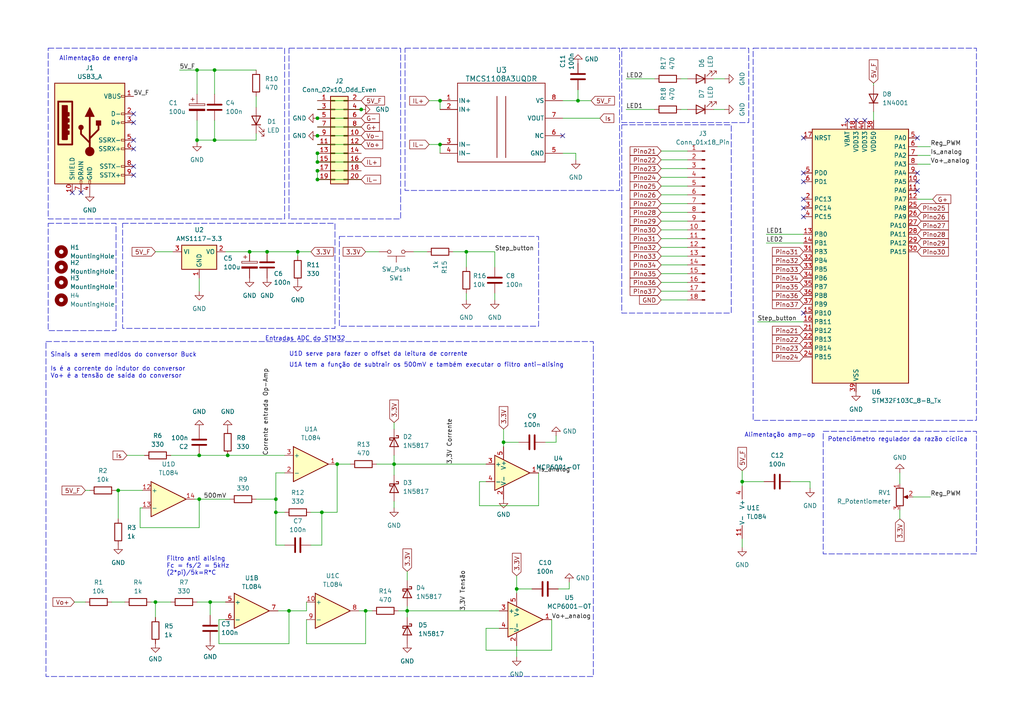
<source format=kicad_sch>
(kicad_sch (version 20230121) (generator eeschema)
  (paper "A4")
  (title_block (title "Instrumentação conversor Buck didático") (date "2024-04-09") (rev "v1.1") (comment 1 "Projetista: Milton Brenner Machado Matoso"))
  (junction (at 167.64 29.21))
  (junction (at 66.04 132.08))
  (junction (at 57.15 20.32))
  (junction (at 86.36 73.025))
  (junction (at 92.075 39.37))
  (junction (at 135.255 73.025))
  (junction (at 104.775 31.75))
  (junction (at 80.01 144.78))
  (junction (at 57.785 132.08))
  (junction (at 114.3 134.62))
  (junction (at 92.075 44.45))
  (junction (at 34.29 142.24))
  (junction (at 118.11 177.165))
  (junction (at 127.635 41.91))
  (junction (at 62.23 20.32))
  (junction (at 92.075 46.99))
  (junction (at 92.075 52.07))
  (junction (at 45.085 174.625))
  (junction (at 83.82 177.165))
  (junction (at 92.075 34.29))
  (junction (at 106.045 177.165))
  (junction (at 77.47 73.025))
  (junction (at 80.01 148.59))
  (junction (at 57.785 144.78))
  (junction (at 72.39 73.025))
  (junction (at 60.96 174.625))
  (junction (at 149.86 170.815))
  (junction (at 146.05 128.27))
  (junction (at 57.15 40.64))
  (junction (at 92.075 49.53))
  (junction (at 127.635 29.21))
  (junction (at 93.345 148.59))
  (junction (at 215.265 139.7))
  (junction (at 97.79 134.62))
  (junction (at 62.23 40.64))
  (no_connect (at 23.495 55.88))
  (no_connect (at 233.045 40.005))
  (no_connect (at 266.065 50.165))
  (no_connect (at 233.045 57.785))
  (no_connect (at 38.735 40.64))
  (no_connect (at 38.735 35.56))
  (no_connect (at 20.955 55.88))
  (no_connect (at 233.045 90.805))
  (no_connect (at 266.065 52.705))
  (no_connect (at 233.045 62.865))
  (no_connect (at 248.285 34.925))
  (no_connect (at 266.065 55.245))
  (no_connect (at 38.735 48.26))
  (no_connect (at 233.045 52.705))
  (no_connect (at 163.195 39.37))
  (no_connect (at 38.735 33.02))
  (no_connect (at 266.065 40.005))
  (no_connect (at 233.045 50.165))
  (no_connect (at 233.045 60.325))
  (no_connect (at 250.825 34.925))
  (no_connect (at 38.735 43.18))
  (no_connect (at 245.745 34.925))
  (no_connect (at 38.735 50.8))
  (wire (pts (xy 45.085 174.625) (xy 49.53 174.625)))
  (wire (pts (xy 215.265 139.7) (xy 215.265 140.97)))
  (wire (pts (xy 57.785 80.645) (xy 57.785 84.455)))
  (wire (pts (xy 114.3 134.62) (xy 140.97 134.62)))
  (wire (pts (xy 74.295 27.94) (xy 74.295 31.115)))
  (wire (pts (xy 118.11 177.165) (xy 118.11 175.895)))
  (wire (pts (xy 41.275 147.32) (xy 40.64 147.32)))
  (wire (pts (xy 77.47 73.025) (xy 86.36 73.025)))
  (wire (pts (xy 219.71 93.345) (xy 233.045 93.345)))
  (wire (pts (xy 45.085 73.025) (xy 50.165 73.025)))
  (wire (pts (xy 62.23 40.64) (xy 57.15 40.64)))
  (wire (pts (xy 215.265 139.7) (xy 221.615 139.7)))
  (wire (pts (xy 92.075 49.53) (xy 92.075 52.07)))
  (wire (pts (xy 143.51 85.09) (xy 143.51 86.995)))
  (wire (pts (xy 97.79 148.59) (xy 93.345 148.59)))
  (wire (pts (xy 161.29 128.27) (xy 158.115 128.27)))
  (wire (pts (xy 167.64 26.035) (xy 167.64 29.21)))
  (wire (pts (xy 222.25 70.485) (xy 233.045 70.485)))
  (wire (pts (xy 62.23 20.32) (xy 62.23 27.305)))
  (wire (pts (xy 106.045 177.165) (xy 107.95 177.165)))
  (wire (pts (xy 127.635 41.91) (xy 127.635 44.45)))
  (wire (pts (xy 165.1 170.815) (xy 161.925 170.815)))
  (wire (pts (xy 140.97 188.595) (xy 140.97 182.245)))
  (wire (pts (xy 191.77 46.355) (xy 199.39 46.355)))
  (wire (pts (xy 57.785 132.08) (xy 66.04 132.08)))
  (wire (pts (xy 57.15 20.32) (xy 62.23 20.32)))
  (wire (pts (xy 92.075 39.37) (xy 104.775 39.37)))
  (wire (pts (xy 135.255 85.09) (xy 135.255 86.995)))
  (wire (pts (xy 181.61 31.75) (xy 189.865 31.75)))
  (wire (pts (xy 63.5 186.69) (xy 63.5 179.705)))
  (wire (pts (xy 191.77 53.975) (xy 199.39 53.975)))
  (wire (pts (xy 191.77 81.915) (xy 199.39 81.915)))
  (wire (pts (xy 181.61 22.86) (xy 189.865 22.86)))
  (wire (pts (xy 191.77 86.995) (xy 199.39 86.995)))
  (wire (pts (xy 57.15 40.64) (xy 57.15 41.275)))
  (wire (pts (xy 191.77 64.135) (xy 199.39 64.135)))
  (wire (pts (xy 57.15 34.925) (xy 57.15 40.64)))
  (wire (pts (xy 149.86 170.815) (xy 154.305 170.815)))
  (wire (pts (xy 167.005 46.355) (xy 167.005 44.45)))
  (wire (pts (xy 92.075 31.75) (xy 104.775 31.75)))
  (wire (pts (xy 74.295 40.64) (xy 62.23 40.64)))
  (wire (pts (xy 118.11 177.165) (xy 144.78 177.165)))
  (wire (pts (xy 33.655 142.24) (xy 34.29 142.24)))
  (wire (pts (xy 34.29 142.24) (xy 41.275 142.24)))
  (wire (pts (xy 63.5 179.705) (xy 65.405 179.705)))
  (wire (pts (xy 86.36 73.025) (xy 90.17 73.025)))
  (wire (pts (xy 139.065 146.685) (xy 139.065 139.7)))
  (wire (pts (xy 49.53 132.08) (xy 57.785 132.08)))
  (wire (pts (xy 167.005 44.45) (xy 163.195 44.45)))
  (wire (pts (xy 167.64 29.21) (xy 171.45 29.21)))
  (wire (pts (xy 93.345 148.59) (xy 90.17 148.59)))
  (wire (pts (xy 253.365 32.385) (xy 253.365 34.925)))
  (wire (pts (xy 156.21 146.685) (xy 139.065 146.685)))
  (wire (pts (xy 90.17 158.115) (xy 93.345 158.115)))
  (wire (pts (xy 191.77 48.895) (xy 199.39 48.895)))
  (wire (pts (xy 83.82 177.165) (xy 88.9 177.165)))
  (wire (pts (xy 191.77 74.295) (xy 199.39 74.295)))
  (wire (pts (xy 140.97 182.245) (xy 144.78 182.245)))
  (wire (pts (xy 253.365 24.13) (xy 253.365 24.765)))
  (wire (pts (xy 234.95 141.605) (xy 234.95 139.7)))
  (wire (pts (xy 80.01 148.59) (xy 82.55 148.59)))
  (wire (pts (xy 74.295 38.735) (xy 74.295 40.64)))
  (wire (pts (xy 222.25 67.945) (xy 233.045 67.945)))
  (wire (pts (xy 260.985 137.16) (xy 260.985 140.335)))
  (wire (pts (xy 266.065 42.545) (xy 269.875 42.545)))
  (wire (pts (xy 160.02 188.595) (xy 140.97 188.595)))
  (wire (pts (xy 207.01 22.86) (xy 210.185 22.86)))
  (wire (pts (xy 24.765 142.24) (xy 26.035 142.24)))
  (wire (pts (xy 120.015 73.025) (xy 123.825 73.025)))
  (wire (pts (xy 92.075 44.45) (xy 92.075 46.99)))
  (wire (pts (xy 146.05 124.46) (xy 146.05 128.27)))
  (wire (pts (xy 207.01 31.75) (xy 210.185 31.75)))
  (wire (pts (xy 88.9 179.705) (xy 88.9 186.69)))
  (wire (pts (xy 109.22 134.62) (xy 114.3 134.62)))
  (wire (pts (xy 80.01 137.16) (xy 80.01 144.78)))
  (wire (pts (xy 43.815 174.625) (xy 45.085 174.625)))
  (wire (pts (xy 40.64 153.035) (xy 57.785 153.035)))
  (wire (pts (xy 106.045 177.165) (xy 106.045 186.69)))
  (wire (pts (xy 97.79 134.62) (xy 97.79 148.59)))
  (wire (pts (xy 60.96 178.435) (xy 60.96 174.625)))
  (wire (pts (xy 197.485 31.75) (xy 199.39 31.75)))
  (wire (pts (xy 191.77 59.055) (xy 199.39 59.055)))
  (wire (pts (xy 109.855 73.025) (xy 106.045 73.025)))
  (wire (pts (xy 62.23 20.32) (xy 74.295 20.32)))
  (wire (pts (xy 114.3 122.555) (xy 114.3 124.46)))
  (wire (pts (xy 57.15 174.625) (xy 60.96 174.625)))
  (wire (pts (xy 62.23 34.925) (xy 62.23 40.64)))
  (wire (pts (xy 57.785 144.78) (xy 66.675 144.78)))
  (wire (pts (xy 21.59 174.625) (xy 24.765 174.625)))
  (wire (pts (xy 83.82 177.165) (xy 83.82 186.69)))
  (wire (pts (xy 191.77 66.675) (xy 199.39 66.675)))
  (wire (pts (xy 56.515 144.78) (xy 57.785 144.78)))
  (wire (pts (xy 191.77 56.515) (xy 199.39 56.515)))
  (wire (pts (xy 127.635 29.21) (xy 127.635 31.75)))
  (wire (pts (xy 215.265 158.75) (xy 215.265 156.21)))
  (wire (pts (xy 143.51 73.025) (xy 143.51 77.47)))
  (wire (pts (xy 92.075 36.83) (xy 104.775 36.83)))
  (wire (pts (xy 163.195 29.21) (xy 167.64 29.21)))
  (wire (pts (xy 266.065 47.625) (xy 269.875 47.625)))
  (wire (pts (xy 266.065 57.785) (xy 270.51 57.785)))
  (wire (pts (xy 72.39 73.025) (xy 77.47 73.025)))
  (wire (pts (xy 118.11 177.165) (xy 118.11 179.07)))
  (wire (pts (xy 80.01 158.115) (xy 80.01 148.59)))
  (wire (pts (xy 45.085 174.625) (xy 45.085 179.07)))
  (wire (pts (xy 191.77 51.435) (xy 199.39 51.435)))
  (wire (pts (xy 92.075 29.21) (xy 104.775 29.21)))
  (wire (pts (xy 65.405 73.025) (xy 72.39 73.025)))
  (wire (pts (xy 80.01 144.78) (xy 80.01 148.59)))
  (wire (pts (xy 146.05 128.27) (xy 150.495 128.27)))
  (wire (pts (xy 88.9 186.69) (xy 106.045 186.69)))
  (wire (pts (xy 60.96 174.625) (xy 65.405 174.625)))
  (wire (pts (xy 191.77 43.815) (xy 199.39 43.815)))
  (wire (pts (xy 40.64 147.32) (xy 40.64 153.035)))
  (wire (pts (xy 92.075 44.45) (xy 104.775 44.45)))
  (wire (pts (xy 139.065 139.7) (xy 140.97 139.7)))
  (wire (pts (xy 260.985 147.955) (xy 260.985 150.495)))
  (wire (pts (xy 191.77 79.375) (xy 199.39 79.375)))
  (wire (pts (xy 57.785 144.78) (xy 57.785 153.035)))
  (wire (pts (xy 118.11 165.735) (xy 118.11 168.275)))
  (wire (pts (xy 92.075 34.29) (xy 104.775 34.29)))
  (wire (pts (xy 36.83 132.08) (xy 41.91 132.08)))
  (wire (pts (xy 135.255 73.025) (xy 135.255 77.47)))
  (wire (pts (xy 57.15 20.32) (xy 57.15 27.305)))
  (wire (pts (xy 191.77 69.215) (xy 199.39 69.215)))
  (wire (pts (xy 93.345 158.115) (xy 93.345 148.59)))
  (wire (pts (xy 86.36 73.025) (xy 86.36 74.295)))
  (wire (pts (xy 146.05 128.27) (xy 146.05 129.54)))
  (wire (pts (xy 34.29 142.24) (xy 34.29 150.495)))
  (wire (pts (xy 197.485 22.86) (xy 199.39 22.86)))
  (wire (pts (xy 92.075 41.91) (xy 104.775 41.91)))
  (wire (pts (xy 149.86 167.005) (xy 149.86 170.815)))
  (wire (pts (xy 191.77 61.595) (xy 199.39 61.595)))
  (wire (pts (xy 161.29 126.365) (xy 161.29 128.27)))
  (wire (pts (xy 160.02 179.705) (xy 160.02 188.595)))
  (wire (pts (xy 92.075 49.53) (xy 104.775 49.53)))
  (wire (pts (xy 124.46 29.21) (xy 127.635 29.21)))
  (wire (pts (xy 149.86 170.815) (xy 149.86 172.085)))
  (wire (pts (xy 191.77 71.755) (xy 199.39 71.755)))
  (wire (pts (xy 215.265 136.525) (xy 215.265 139.7)))
  (wire (pts (xy 97.79 134.62) (xy 101.6 134.62)))
  (wire (pts (xy 114.3 134.62) (xy 114.3 137.795)))
  (wire (pts (xy 163.195 34.29) (xy 173.99 34.29)))
  (wire (pts (xy 114.3 145.415) (xy 114.3 147.32)))
  (wire (pts (xy 88.9 174.625) (xy 88.9 177.165)))
  (wire (pts (xy 66.04 132.08) (xy 82.55 132.08)))
  (wire (pts (xy 82.55 158.115) (xy 80.01 158.115)))
  (wire (pts (xy 135.255 73.025) (xy 143.51 73.025)))
  (wire (pts (xy 191.77 76.835) (xy 199.39 76.835)))
  (wire (pts (xy 165.1 168.91) (xy 165.1 170.815)))
  (wire (pts (xy 52.07 20.32) (xy 57.15 20.32)))
  (wire (pts (xy 92.075 52.07) (xy 104.775 52.07)))
  (wire (pts (xy 264.795 144.145) (xy 269.875 144.145)))
  (wire (pts (xy 266.065 45.085) (xy 269.875 45.085)))
  (wire (pts (xy 115.57 177.165) (xy 118.11 177.165)))
  (wire (pts (xy 149.86 187.325) (xy 149.86 190.5)))
  (wire (pts (xy 131.445 73.025) (xy 135.255 73.025)))
  (wire (pts (xy 191.77 84.455) (xy 199.39 84.455)))
  (wire (pts (xy 104.14 177.165) (xy 106.045 177.165)))
  (wire (pts (xy 74.295 144.78) (xy 80.01 144.78)))
  (wire (pts (xy 82.55 137.16) (xy 80.01 137.16)))
  (wire (pts (xy 156.21 137.16) (xy 156.21 146.685)))
  (wire (pts (xy 92.075 46.99) (xy 104.775 46.99)))
  (wire (pts (xy 83.82 186.69) (xy 63.5 186.69)))
  (wire (pts (xy 114.3 134.62) (xy 114.3 132.08)))
  (wire (pts (xy 80.645 177.165) (xy 83.82 177.165)))
  (wire (pts (xy 234.95 139.7) (xy 229.235 139.7)))
  (wire (pts (xy 124.46 41.91) (xy 127.635 41.91)))
  (wire (pts (xy 32.385 174.625) (xy 36.195 174.625)))
  (rectangle (start 13.335 99.06) (end 172.085 196.215) (stroke (width 0) (type dash)))
  (rectangle (start 98.425 68.58) (end 156.21 94.615) (stroke (width 0) (type dash)))
  (rectangle (start 238.76 125.095) (end 283.21 160.655) (stroke (width 0) (type dash)))
  (rectangle (start 83.82 13.97) (end 116.205 63.5) (stroke (width 0) (type dash)))
  (rectangle (start 180.34 36.195) (end 212.09 90.805) (stroke (width 0) (type dash)))
  (rectangle (start 13.97 13.97) (end 82.55 63.5) (stroke (width 0) (type dash)))
  (rectangle (start 218.44 13.97) (end 283.21 121.92) (stroke (width 0) (type dash)))
  (rectangle (start 13.97 64.77) (end 33.655 95.885) (stroke (width 0) (type dash)))
  (rectangle (start 35.56 64.77) (end 97.155 95.25) (stroke (width 0) (type dash)))
  (rectangle (start 180.34 13.97) (end 217.17 35.56) (stroke (width 0) (type dash)))
  (rectangle (start 117.475 13.97) (end 179.705 55.245) (stroke (width 0) (type dash)))
  (text "U1D serve para fazer o offset da leitura de corrente" (at 83.82 103.505 0) (effects (font (size 1.27 1.27)) (justify left bottom)))
  (text "Alimentação de energia" (at 17.145 17.78 0) (effects (font (size 1.27 1.27)) (justify left bottom)))
  (text "Potenciômetro regulador da razão cíclica" (at 240.03 128.27 0) (effects (font (size 1.27 1.27)) (justify left bottom)))
  (text "Sinais a serem medidos do conversor Buck\n\nIs é a corrente do indutor do conversor\nVo+ é a tensão de saída do conversor\n" (at 14.605 109.855 0) (effects (font (size 1.27 1.27)) (justify left bottom)))
  (text "Entradas ADC do STM32" (at 76.835 99.06 0) (effects (font (size 1.27 1.27)) (justify left bottom)))
  (text "Alimentação amp-op" (at 215.9 127 0) (effects (font (size 1.27 1.27)) (justify left bottom)))
  (text "Filtro anti alising\nFc = fs/2 = 5kHz\n(2*pi)/5k=R*C" (at 48.26 167.005 0) (effects (font (size 1.27 1.27)) (justify left bottom)))
  (text "U1A tem a função de subtrair os 500mV e também executar o filtro anti-alising" (at 83.82 106.68 0) (effects (font (size 1.27 1.27)) (justify left bottom)))
  (label "3,3V Tensão" (at 135.255 177.165 90))
  (label "Reg_PWM" (at 269.875 42.545 0))
  (label "LED1" (at 181.61 31.75 0))
  (label "LED2" (at 181.61 22.86 0))
  (label "3,3V Corrente" (at 131.445 134.62 90))
  (label "Corrente entrada Op-Amp" (at 78.105 132.08 90))
  (label "Vo+_analog" (at 269.875 47.625 0))
  (label "500mV" (at 59.055 144.78 0))
  (label "Reg_PWM" (at 269.875 144.145 0))
  (label "Is_analog" (at 156.21 137.16 0))
  (label "5V_F" (at 52.07 20.32 0))
  (label "5V_F" (at 38.735 27.94 0))
  (label "LED1" (at 222.25 67.945 0))
  (label "Step_button" (at 219.71 93.345 0))
  (label "Is_analog" (at 269.875 45.085 0))
  (label "Vo+_analog" (at 160.02 179.705 0))
  (label "LED2" (at 222.25 70.485 0))
  (label "Step_button" (at 143.51 73.025 0))
  (global_label "Pino21" (shape input) (at 233.045 95.885 180) (property "Intersheetrefs" "${INTERSHEET_REFS}" (effects hide)))
  (global_label "Pino36" (shape input) (at 233.045 85.725 180) (property "Intersheetrefs" "${INTERSHEET_REFS}" (effects hide)))
  (global_label "Pino30" (shape input) (at 191.77 66.675 180) (property "Intersheetrefs" "${INTERSHEET_REFS}" (effects hide)))
  (global_label "IL+" (shape input) (at 124.46 29.21 180) (property "Intersheetrefs" "${INTERSHEET_REFS}" (effects hide)))
  (global_label "Pino24" (shape input) (at 191.77 51.435 180) (property "Intersheetrefs" "${INTERSHEET_REFS}" (effects hide)))
  (global_label "Pino37" (shape input) (at 233.045 88.265 180) (property "Intersheetrefs" "${INTERSHEET_REFS}" (effects hide)))
  (global_label "3.3V" (shape input) (at 149.86 167.005 90) (property "Intersheetrefs" "${INTERSHEET_REFS}" (effects hide)))
  (global_label "Pino23" (shape input) (at 191.77 48.895 180) (property "Intersheetrefs" "${INTERSHEET_REFS}" (effects hide)))
  (global_label "G+" (shape input) (at 104.775 36.83 0) (property "Intersheetrefs" "${INTERSHEET_REFS}" (effects hide)))
  (global_label "Pino32" (shape input) (at 191.77 71.755 180) (property "Intersheetrefs" "${INTERSHEET_REFS}" (effects hide)))
  (global_label "Pino35" (shape input) (at 233.045 83.185 180) (property "Intersheetrefs" "${INTERSHEET_REFS}" (effects hide)))
  (global_label "5V_F" (shape input) (at 45.085 73.025 180) (property "Intersheetrefs" "${INTERSHEET_REFS}" (effects hide)))
  (global_label "Pino28" (shape input) (at 191.77 61.595 180) (property "Intersheetrefs" "${INTERSHEET_REFS}" (effects hide)))
  (global_label "IL+" (shape input) (at 104.775 46.99 0) (property "Intersheetrefs" "${INTERSHEET_REFS}" (effects hide)))
  (global_label "Pino24" (shape input) (at 233.045 103.505 180) (property "Intersheetrefs" "${INTERSHEET_REFS}" (effects hide)))
  (global_label "Pino27" (shape input) (at 191.77 59.055 180) (property "Intersheetrefs" "${INTERSHEET_REFS}" (effects hide)))
  (global_label "IL-" (shape input) (at 124.46 41.91 180) (property "Intersheetrefs" "${INTERSHEET_REFS}" (effects hide)))
  (global_label "IL-" (shape input) (at 104.775 52.07 0) (property "Intersheetrefs" "${INTERSHEET_REFS}" (effects hide)))
  (global_label "Pino36" (shape input) (at 191.77 81.915 180) (property "Intersheetrefs" "${INTERSHEET_REFS}" (effects hide)))
  (global_label "5V_F" (shape input) (at 215.265 136.525 90) (property "Intersheetrefs" "${INTERSHEET_REFS}" (effects hide)))
  (global_label "Pino32" (shape input) (at 233.045 75.565 180) (property "Intersheetrefs" "${INTERSHEET_REFS}" (effects hide)))
  (global_label "Pino25" (shape input) (at 266.065 60.325 0) (property "Intersheetrefs" "${INTERSHEET_REFS}" (effects hide)))
  (global_label "G-" (shape input) (at 104.775 34.29 0) (property "Intersheetrefs" "${INTERSHEET_REFS}" (effects hide)))
  (global_label "5V_F" (shape input) (at 24.765 142.24 180) (property "Intersheetrefs" "${INTERSHEET_REFS}" (effects hide)))
  (global_label "Pino35" (shape input) (at 191.77 79.375 180) (property "Intersheetrefs" "${INTERSHEET_REFS}" (effects hide)))
  (global_label "Pino31" (shape input) (at 233.045 73.025 180) (property "Intersheetrefs" "${INTERSHEET_REFS}" (effects hide)))
  (global_label "Pino31" (shape input) (at 191.77 69.215 180) (property "Intersheetrefs" "${INTERSHEET_REFS}" (effects hide)))
  (global_label "Pino27" (shape input) (at 266.065 65.405 0) (property "Intersheetrefs" "${INTERSHEET_REFS}" (effects hide)))
  (global_label "Pino29" (shape input) (at 191.77 64.135 180) (property "Intersheetrefs" "${INTERSHEET_REFS}" (effects hide)))
  (global_label "Pino28" (shape input) (at 266.065 67.945 0) (property "Intersheetrefs" "${INTERSHEET_REFS}" (effects hide)))
  (global_label "Vo+" (shape input) (at 104.775 41.91 0) (property "Intersheetrefs" "${INTERSHEET_REFS}" (effects hide)))
  (global_label "Pino21" (shape input) (at 191.77 43.815 180) (property "Intersheetrefs" "${INTERSHEET_REFS}" (effects hide)))
  (global_label "Is" (shape input) (at 173.99 34.29 0) (property "Intersheetrefs" "${INTERSHEET_REFS}" (effects hide)))
  (global_label "Vo-" (shape input) (at 104.775 39.37 0) (property "Intersheetrefs" "${INTERSHEET_REFS}" (effects hide)))
  (global_label "Pino22" (shape input) (at 191.77 46.355 180) (property "Intersheetrefs" "${INTERSHEET_REFS}" (effects hide)))
  (global_label "Pino34" (shape input) (at 233.045 80.645 180) (property "Intersheetrefs" "${INTERSHEET_REFS}" (effects hide)))
  (global_label "5V_F" (shape input) (at 104.775 29.21 0) (property "Intersheetrefs" "${INTERSHEET_REFS}" (effects hide)))
  (global_label "G+" (shape input) (at 270.51 57.785 0) (property "Intersheetrefs" "${INTERSHEET_REFS}" (effects hide)))
  (global_label "Pino34" (shape input) (at 191.77 76.835 180) (property "Intersheetrefs" "${INTERSHEET_REFS}" (effects hide)))
  (global_label "Pino26" (shape input) (at 266.065 62.865 0) (property "Intersheetrefs" "${INTERSHEET_REFS}" (effects hide)))
  (global_label "5V_F" (shape input) (at 171.45 29.21 0) (property "Intersheetrefs" "${INTERSHEET_REFS}" (effects hide)))
  (global_label "3.3V" (shape input) (at 118.11 165.735 90) (property "Intersheetrefs" "${INTERSHEET_REFS}" (effects hide)))
  (global_label "Pino30" (shape input) (at 266.065 73.025 0) (property "Intersheetrefs" "${INTERSHEET_REFS}" (effects hide)))
  (global_label "3.3V" (shape input) (at 260.985 150.495 270) (property "Intersheetrefs" "${INTERSHEET_REFS}" (effects hide)))
  (global_label "3.3V" (shape input) (at 114.3 122.555 90) (property "Intersheetrefs" "${INTERSHEET_REFS}" (effects hide)))
  (global_label "3.3V" (shape input) (at 90.17 73.025 0) (property "Intersheetrefs" "${INTERSHEET_REFS}" (effects hide)))
  (global_label "Pino25" (shape input) (at 191.77 53.975 180) (property "Intersheetrefs" "${INTERSHEET_REFS}" (effects hide)))
  (global_label "Pino26" (shape input) (at 191.77 56.515 180) (property "Intersheetrefs" "${INTERSHEET_REFS}" (effects hide)))
  (global_label "Pino33" (shape input) (at 191.77 74.295 180) (property "Intersheetrefs" "${INTERSHEET_REFS}" (effects hide)))
  (global_label "Pino37" (shape input) (at 191.77 84.455 180) (property "Intersheetrefs" "${INTERSHEET_REFS}" (effects hide)))
  (global_label "Pino33" (shape input) (at 233.045 78.105 180) (property "Intersheetrefs" "${INTERSHEET_REFS}" (effects hide)))
  (global_label "3.3V" (shape input) (at 146.05 124.46 90) (property "Intersheetrefs" "${INTERSHEET_REFS}" (effects hide)))
  (global_label "Pino29" (shape input) (at 266.065 70.485 0) (property "Intersheetrefs" "${INTERSHEET_REFS}" (effects hide)))
  (global_label "5V_F" (shape input) (at 253.365 24.13 90) (property "Intersheetrefs" "${INTERSHEET_REFS}" (effects hide)))
  (global_label "3.3V" (shape input) (at 106.045 73.025 180) (property "Intersheetrefs" "${INTERSHEET_REFS}" (effects hide)))
  (global_label "Is" (shape input) (at 36.83 132.08 180) (property "Intersheetrefs" "${INTERSHEET_REFS}" (effects hide)))
  (global_label "GND" (shape input) (at 191.77 86.995 180) (property "Intersheetrefs" "${INTERSHEET_REFS}" (effects hide)))
  (global_label "Vo+" (shape input) (at 21.59 174.625 180) (property "Intersheetrefs" "${INTERSHEET_REFS}" (effects hide)))
  (global_label "Pino22" (shape input) (at 233.045 98.425 180) (property "Intersheetrefs" "${INTERSHEET_REFS}" (effects hide)))
  (global_label "Pino23" (shape input) (at 233.045 100.965 180) (property "Intersheetrefs" "${INTERSHEET_REFS}" (effects hide)))
  (symbol (lib_id "power:GND") (at 260.985 137.16 180) (unit 1)
    (property "Reference" "#PWR030" (effects hide))
    (property "Value" "GND" (at 260.985 132.715 0))
  )
  (symbol (lib_id "Connector_Generic:Conn_02x10_Odd_Even") (at 97.155 39.37 0) (unit 1)
    (property "Reference" "J2" (at 98.425 23.495 0))
    (property "Value" "Conn_02x10_Odd_Even" (at 98.425 26.035 0))
    (property "Footprint" "Connector_PinHeader_2.54mm:PinHeader_2x10_P2.54mm_Horizontal" (effects hide))
  )
  (symbol (lib_id "Device:R") (at 86.36 78.105 180) (unit 1)
    (property "Reference" "R11" (at 88.9 76.835 0) (effects (justify right)))
    (property "Value" "330" (at 88.9 79.375 0) (effects (justify right)))
    (property "Footprint" "Resistor_THT:R_Axial_DIN0204_L3.6mm_D1.6mm_P7.62mm_Horizontal" (effects hide))
  )
  (symbol (lib_id "Device:R") (at 28.575 174.625 90) (unit 1)
    (property "Reference" "R1" (at 28.575 168.91 90))
    (property "Value" "10k" (at 28.575 171.45 90))
    (property "Footprint" "Resistor_THT:R_Axial_DIN0204_L3.6mm_D1.6mm_P7.62mm_Horizontal" (effects hide))
  )
  (symbol (lib_id "power:GND") (at 167.64 18.415 180) (unit 1)
    (property "Reference" "#PWR024" (effects hide))
    (property "Value" "GND" (at 169.545 17.145 0) (effects (justify right)))
  )
  (symbol (lib_id "Device:R") (at 193.675 22.86 90) (unit 1)
    (property "Reference" "R17" (at 192.405 20.32 0) (effects (justify left)))
    (property "Value" "470" (at 194.945 20.32 0) (effects (justify left)))
    (property "Footprint" "Resistor_THT:R_Axial_DIN0204_L3.6mm_D1.6mm_P7.62mm_Horizontal" (effects hide))
  )
  (symbol (lib_id "Mechanical:MountingHole") (at 17.78 81.915 0) (unit 1)
    (property "Reference" "H3" (at 20.32 80.645 0) (effects (justify left)))
    (property "Value" "MountingHole" (at 20.32 83.185 0) (effects (justify left)))
    (property "Footprint" "Hole:Furo" (effects hide))
  )
  (symbol (lib_id "power:GND") (at 114.3 147.32 0) (unit 1)
    (property "Reference" "#PWR015" (effects hide))
    (property "Value" "GND" (at 114.3 152.4 0))
  )
  (symbol (lib_id "power:GND") (at 248.285 113.665 0) (unit 1)
    (property "Reference" "#PWR029" (effects hide))
    (property "Value" "GND" (at 248.285 118.745 0))
  )
  (symbol (lib_id "power:GND") (at 167.005 46.355 0) (unit 1)
    (property "Reference" "#PWR023" (effects hide))
    (property "Value" "GND" (at 167.005 51.435 0))
  )
  (symbol (lib_id "Amplifier_Operational:TL084") (at 96.52 177.165 0) (unit 3)
    (property "Reference" "U1" (at 96.52 167.005 0))
    (property "Value" "TL084" (at 96.52 169.545 0))
    (property "Footprint" "Package_DIP:DIP-14_W7.62mm_Socket" (effects hide))
    (property "Datasheet" "http://www.ti.com/lit/ds/symlink/tl081.pdf" (effects hide))
  )
  (symbol (lib_id "Device:C") (at 167.64 22.225 0) (unit 1)
    (property "Reference" "C11" (at 163.195 17.78 90))
    (property "Value" "100n" (at 165.735 17.78 90))
    (property "Footprint" "Capacitor_THT:C_Disc_D5.0mm_W2.5mm_P5.00mm" (effects hide))
  )
  (symbol (lib_id "Device:R") (at 40.005 174.625 90) (unit 1)
    (property "Reference" "R4" (at 40.005 168.91 90))
    (property "Value" "1k" (at 40.005 171.45 90))
    (property "Footprint" "Resistor_THT:R_Axial_DIN0204_L3.6mm_D1.6mm_P7.62mm_Horizontal" (effects hide))
  )
  (symbol (lib_id "power:GND") (at 146.05 144.78 0) (unit 1)
    (property "Reference" "#PWR019" (effects hide))
    (property "Value" "GND" (at 146.05 149.225 0))
  )
  (symbol (lib_id "power:GND") (at 118.11 186.69 0) (unit 1)
    (property "Reference" "#PWR016" (effects hide))
    (property "Value" "GND" (at 118.11 191.77 0))
  )
  (symbol (lib_id "Device:R") (at 74.295 24.13 0) (unit 1)
    (property "Reference" "R10" (at 76.835 22.86 0) (effects (justify left)))
    (property "Value" "470" (at 76.835 25.4 0) (effects (justify left)))
    (property "Footprint" "Resistor_THT:R_Axial_DIN0204_L3.6mm_D1.6mm_P7.62mm_Horizontal" (effects hide))
  )
  (symbol (lib_id "Device:R") (at 34.29 154.305 180) (unit 1)
    (property "Reference" "R3" (at 36.83 153.035 0) (effects (justify right)))
    (property "Value" "1k" (at 36.83 155.575 0) (effects (justify right)))
    (property "Footprint" "Resistor_THT:R_Axial_DIN0204_L3.6mm_D1.6mm_P7.62mm_Horizontal" (effects hide))
  )
  (symbol (lib_id "Amplifier_Operational:MCP6001-OT") (at 148.59 137.16 0) (unit 1)
    (property "Reference" "U4" (at 161.925 132.9691 0))
    (property "Value" "MCP6001-OT" (at 161.925 135.5091 0))
    (property "Footprint" "Package_TO_SOT_SMD:SOT-23-5" (effects hide))
    (property "Datasheet" "http://ww1.microchip.com/downloads/en/DeviceDoc/21733j.pdf" (effects hide))
  )
  (symbol (lib_id "Amplifier_Operational:TL084") (at 73.025 177.165 0) (unit 2)
    (property "Reference" "U1" (at 73.025 167.64 0))
    (property "Value" "TL084" (at 73.025 170.18 0))
    (property "Footprint" "Package_DIP:DIP-14_W7.62mm_Socket" (effects hide))
    (property "Datasheet" "http://www.ti.com/lit/ds/symlink/tl081.pdf" (effects hide))
  )
  (symbol (lib_id "Diode:1N5817") (at 114.3 141.605 270) (unit 1)
    (property "Reference" "D3" (at 116.84 140.0175 90) (effects (justify left)))
    (property "Value" "1N5817" (at 116.84 142.5575 90) (effects (justify left)))
    (property "Footprint" "Diode_THT:D_DO-41_SOD81_P10.16mm_Horizontal" (effects hide))
    (property "Datasheet" "http://www.vishay.com/docs/88525/1n5817.pdf" (effects hide))
  )
  (symbol (lib_id "Device:C") (at 143.51 81.28 180) (unit 1)
    (property "Reference" "C8" (at 146.685 80.01 0) (effects (justify right)))
    (property "Value" "100n" (at 146.685 82.55 0) (effects (justify right)))
    (property "Footprint" "Capacitor_THT:C_Disc_D5.0mm_W2.5mm_P5.00mm" (effects hide))
  )
  (symbol (lib_id "power:GND") (at 149.86 190.5 0) (unit 1)
    (property "Reference" "#PWR020" (effects hide))
    (property "Value" "GND" (at 149.86 195.58 0))
  )
  (symbol (lib_id "power:GND") (at 60.96 186.055 0) (unit 1)
    (property "Reference" "#PWR07" (effects hide))
    (property "Value" "GND" (at 60.96 190.5 0))
  )
  (symbol (lib_id "Connector:Conn_01x18_Pin") (at 204.47 64.135 0) (mirror y) (unit 1)
    (property "Reference" "J3" (at 203.835 38.735 0))
    (property "Value" "Conn_01x18_Pin" (at 203.835 41.275 0))
    (property "Footprint" "Connector_PinHeader_2.54mm:PinHeader_1x18_P2.54mm_Vertical" (effects hide))
  )
  (symbol (lib_id "Diode:1N5817") (at 118.11 182.88 270) (unit 1)
    (property "Reference" "D5" (at 121.285 181.2925 90) (effects (justify left)))
    (property "Value" "1N5817" (at 121.285 183.8325 90) (effects (justify left)))
    (property "Footprint" "Diode_THT:D_DO-41_SOD81_P10.16mm_Horizontal" (effects hide))
    (property "Datasheet" "http://www.vishay.com/docs/88525/1n5817.pdf" (effects hide))
  )
  (symbol (lib_id "Device:C") (at 60.96 182.245 180) (unit 1)
    (property "Reference" "C3" (at 64.135 180.975 0) (effects (justify right)))
    (property "Value" "100n" (at 64.135 183.515 0) (effects (justify right)))
    (property "Footprint" "Capacitor_THT:C_Disc_D5.0mm_W2.5mm_P5.00mm" (effects hide))
  )
  (symbol (lib_id "power:GND") (at 57.785 124.46 180) (unit 1)
    (property "Reference" "#PWR06" (effects hide))
    (property "Value" "GND" (at 57.785 119.38 0))
  )
  (symbol (lib_id "Amplifier_Operational:MCP6001-OT") (at 152.4 179.705 0) (unit 1)
    (property "Reference" "U5" (at 165.1 173.355 0))
    (property "Value" "MCP6001-OT" (at 165.1 175.895 0))
    (property "Footprint" "Package_TO_SOT_SMD:SOT-23-5" (effects hide))
    (property "Datasheet" "http://ww1.microchip.com/downloads/en/DeviceDoc/21733j.pdf" (effects hide))
  )
  (symbol (lib_id "power:GND") (at 57.785 84.455 0) (unit 1)
    (property "Reference" "#PWR05" (effects hide))
    (property "Value" "GND" (at 57.785 89.535 0))
  )
  (symbol (lib_id "Device:R") (at 29.845 142.24 90) (unit 1)
    (property "Reference" "R2" (at 29.845 136.525 90))
    (property "Value" "10k" (at 29.845 139.065 90))
    (property "Footprint" "Resistor_THT:R_Axial_DIN0204_L3.6mm_D1.6mm_P7.62mm_Horizontal" (effects hide))
  )
  (symbol (lib_id "power:GND") (at 86.36 81.915 0) (unit 1)
    (property "Reference" "#PWR011" (effects hide))
    (property "Value" "GND" (at 86.36 86.995 0))
  )
  (symbol (lib_id "Switch:SW_Push") (at 114.935 73.025 180) (unit 1)
    (property "Reference" "SW1" (at 114.935 80.645 0))
    (property "Value" "SW_Push" (at 114.935 78.105 0))
    (property "Footprint" "Button_Switch_THT:SW_PUSH_6mm" (effects hide))
  )
  (symbol (lib_id "TMCS1108:TMCS1108A3UQDR") (at 127.635 29.21 0) (unit 1)
    (property "Reference" "U3" (at 145.415 20.32 0) (effects (font (size 1.524 1.524))))
    (property "Value" "TMCS1108A3UQDR" (at 145.415 22.86 0) (effects (font (size 1.524 1.524))))
    (property "Footprint" "TMCS:D0008A-IPC_A" (effects hide))
    (property "Datasheet" "TMCS1108A3UQDR" (effects hide))
  )
  (symbol (lib_id "power:GND") (at 210.185 31.75 90) (unit 1)
    (property "Reference" "#PWR026" (effects hide))
    (property "Value" "GND" (at 215.265 31.75 0))
  )
  (symbol (lib_id "Device:C") (at 225.425 139.7 270) (unit 1)
    (property "Reference" "C12" (at 225.425 132.08 90))
    (property "Value" "100n" (at 225.425 134.62 90))
    (property "Footprint" "Capacitor_THT:C_Disc_D5.0mm_W2.5mm_P5.00mm" (effects hide))
  )
  (symbol (lib_id "power:GND") (at 165.1 168.91 180) (unit 1)
    (property "Reference" "#PWR022" (effects hide))
    (property "Value" "GND" (at 167.005 167.64 0) (effects (justify right)))
  )
  (symbol (lib_id "Device:C_Polarized") (at 72.39 76.835 0) (unit 1)
    (property "Reference" "C5" (at 64.77 74.93 0) (effects (justify left)))
    (property "Value" "100u" (at 64.77 77.47 0) (effects (justify left)))
    (property "Footprint" "Capacitor_THT:CP_Radial_D6.3mm_P2.50mm" (effects hide))
  )
  (symbol (lib_id "Device:R") (at 127.635 73.025 270) (unit 1)
    (property "Reference" "R15" (at 128.905 75.565 0) (effects (justify left)))
    (property "Value" "1k" (at 126.365 75.565 0) (effects (justify left)))
    (property "Footprint" "Resistor_THT:R_Axial_DIN0204_L3.6mm_D1.6mm_P7.62mm_Horizontal" (effects hide))
  )
  (symbol (lib_id "Diode:1N5817") (at 114.3 128.27 270) (unit 1)
    (property "Reference" "D2" (at 116.84 126.6825 90) (effects (justify left)))
    (property "Value" "1N5817" (at 116.84 129.2225 90) (effects (justify left)))
    (property "Footprint" "Diode_THT:D_DO-41_SOD81_P10.16mm_Horizontal" (effects hide))
    (property "Datasheet" "http://www.vishay.com/docs/88525/1n5817.pdf" (effects hide))
  )
  (symbol (lib_id "power:GND") (at 34.29 158.115 0) (unit 1)
    (property "Reference" "#PWR02" (effects hide))
    (property "Value" "GND" (at 34.29 163.195 0))
  )
  (symbol (lib_id "power:GND") (at 104.775 31.75 90) (unit 1)
    (property "Reference" "#PWR014" (effects hide))
    (property "Value" "GND" (at 108.8868 31.75 90) (effects (justify right)))
  )
  (symbol (lib_id "Device:LED") (at 203.2 31.75 180) (unit 1)
    (property "Reference" "D7" (at 203.5175 28.575 90) (effects (justify right)))
    (property "Value" "LED" (at 206.0575 28.575 90) (effects (justify right)))
    (property "Footprint" "LED_THT:LED_D3.0mm" (effects hide))
  )
  (symbol (lib_id "Connector:USB3_A") (at 26.035 38.1 0) (unit 1)
    (property "Reference" "J1" (at 26.035 19.685 0))
    (property "Value" "USB3_A" (at 26.035 22.225 0))
    (property "Footprint" "Connector_USB:USB_A_Molex_67643_Horizontal" (effects hide))
  )
  (symbol (lib_id "Regulator_Linear:AMS1117-3.3") (at 57.785 73.025 0) (unit 1)
    (property "Reference" "U2" (at 57.785 66.675 0))
    (property "Value" "AMS1117-3.3" (at 57.785 69.215 0))
    (property "Footprint" "Package_TO_SOT_SMD:SOT-223-3_TabPin2" (effects hide))
    (property "Datasheet" "http://www.advanced-monolithic.com/pdf/ds1117.pdf" (effects hide))
  )
  (symbol (lib_id "Device:C") (at 57.785 128.27 0) (unit 1)
    (property "Reference" "C2" (at 54.61 129.54 0) (effects (justify right)))
    (property "Value" "100n" (at 54.61 127 0) (effects (justify right)))
    (property "Footprint" "Capacitor_THT:C_Disc_D5.0mm_W2.5mm_P5.00mm" (effects hide))
  )
  (symbol (lib_id "Device:R") (at 70.485 144.78 270) (unit 1)
    (property "Reference" "R9" (at 70.485 139.065 90))
    (property "Value" "330" (at 70.485 141.605 90))
    (property "Footprint" "Resistor_THT:R_Axial_DIN0204_L3.6mm_D1.6mm_P7.62mm_Horizontal" (effects hide))
  )
  (symbol (lib_id "Amplifier_Operational:TL084") (at 90.17 134.62 0) (unit 1)
    (property "Reference" "U1" (at 90.17 124.46 0))
    (property "Value" "TL084" (at 90.17 127 0))
    (property "Footprint" "Package_DIP:DIP-14_W7.62mm_Socket" (effects hide))
    (property "Datasheet" "http://www.ti.com/lit/ds/symlink/tl081.pdf" (effects hide))
  )
  (symbol (lib_id "Device:R") (at 105.41 134.62 270) (unit 1)
    (property "Reference" "R13" (at 105.41 128.905 90))
    (property "Value" "470" (at 105.41 131.445 90))
    (property "Footprint" "Resistor_THT:R_Axial_DIN0204_L3.6mm_D1.6mm_P7.62mm_Horizontal" (effects hide))
  )
  (symbol (lib_id "power:GND") (at 45.085 186.69 0) (unit 1)
    (property "Reference" "#PWR03" (effects hide))
    (property "Value" "GND" (at 45.085 191.135 0))
  )
  (symbol (lib_id "Device:R") (at 53.34 174.625 90) (unit 1)
    (property "Reference" "R7" (at 53.34 168.91 90))
    (property "Value" "330" (at 53.34 171.45 90))
    (property "Footprint" "Resistor_THT:R_Axial_DIN0204_L3.6mm_D1.6mm_P7.62mm_Horizontal" (effects hide))
  )
  (symbol (lib_id "Device:R_Potentiometer") (at 260.985 144.145 0) (unit 1)
    (property "Reference" "RV1" (at 258.445 142.875 0) (effects (justify right)))
    (property "Value" "R_Potentiometer" (at 258.445 145.415 0) (effects (justify right)))
    (property "Footprint" "Potentiometer_THT:Potentiometer_Alps_RK163_Single_Horizontal" (effects hide))
  )
  (symbol (lib_id "power:GND") (at 143.51 86.995 0) (unit 1)
    (property "Reference" "#PWR018" (effects hide))
    (property "Value" "GND" (at 143.51 92.075 0))
  )
  (symbol (lib_id "power:GND") (at 77.47 80.645 0) (unit 1)
    (property "Reference" "#PWR010" (effects hide))
    (property "Value" "GND" (at 77.47 85.725 0))
  )
  (symbol (lib_id "Device:C") (at 62.23 31.115 180) (unit 1)
    (property "Reference" "C4" (at 65.405 29.845 0) (effects (justify right)))
    (property "Value" "100n" (at 65.405 32.385 0) (effects (justify right)))
    (property "Footprint" "Capacitor_THT:C_Disc_D5.0mm_W2.5mm_P5.00mm" (effects hide))
  )
  (symbol (lib_id "Device:C") (at 158.115 170.815 90) (unit 1)
    (property "Reference" "C10" (at 158.115 163.195 90))
    (property "Value" "100n" (at 158.115 165.735 90))
    (property "Footprint" "Capacitor_THT:C_Disc_D5.0mm_W2.5mm_P5.00mm" (effects hide))
  )
  (symbol (lib_id "Device:R") (at 193.675 31.75 90) (unit 1)
    (property "Reference" "R18" (at 192.405 29.21 0) (effects (justify left)))
    (property "Value" "470" (at 194.945 29.21 0) (effects (justify left)))
    (property "Footprint" "Resistor_THT:R_Axial_DIN0204_L3.6mm_D1.6mm_P7.62mm_Horizontal" (effects hide))
  )
  (symbol (lib_id "Mechanical:MountingHole") (at 17.78 77.47 0) (unit 1)
    (property "Reference" "H2" (at 20.32 76.2 0) (effects (justify left)))
    (property "Value" "MountingHole" (at 20.32 78.74 0) (effects (justify left)))
    (property "Footprint" "Hole:Furo" (effects hide))
  )
  (symbol (lib_id "Device:R") (at 135.255 81.28 0) (unit 1)
    (property "Reference" "R16" (at 137.16 80.01 0) (effects (justify left)))
    (property "Value" "10k" (at 137.16 82.55 0) (effects (justify left)))
    (property "Footprint" "Resistor_THT:R_Axial_DIN0204_L3.6mm_D1.6mm_P7.62mm_Horizontal" (effects hide))
  )
  (symbol (lib_id "Device:C") (at 86.36 158.115 90) (unit 1)
    (property "Reference" "C7" (at 86.36 151.13 90))
    (property "Value" "100n" (at 86.36 153.67 90))
    (property "Footprint" "Capacitor_THT:C_Disc_D5.0mm_W2.5mm_P5.00mm" (effects hide))
  )
  (symbol (lib_id "power:GND") (at 66.04 124.46 180) (unit 1)
    (property "Reference" "#PWR08" (effects hide))
    (property "Value" "GND" (at 66.04 119.38 0))
  )
  (symbol (lib_id "Device:R") (at 66.04 128.27 0) (unit 1)
    (property "Reference" "R8" (at 68.58 127 0) (effects (justify left)))
    (property "Value" "330" (at 68.58 129.54 0) (effects (justify left)))
    (property "Footprint" "Resistor_THT:R_Axial_DIN0204_L3.6mm_D1.6mm_P7.62mm_Horizontal" (effects hide))
  )
  (symbol (lib_id "Diode:1N5817") (at 118.11 172.085 270) (unit 1)
    (property "Reference" "D4" (at 120.65 170.4975 90) (effects (justify left)))
    (property "Value" "1N5817" (at 120.65 173.0375 90) (effects (justify left)))
    (property "Footprint" "Diode_THT:D_DO-41_SOD81_P10.16mm_Horizontal" (effects hide))
    (property "Datasheet" "http://www.vishay.com/docs/88525/1n5817.pdf" (effects hide))
  )
  (symbol (lib_id "power:GND") (at 210.185 22.86 90) (unit 1)
    (property "Reference" "#PWR025" (effects hide))
    (property "Value" "GND" (at 215.265 22.86 0))
  )
  (symbol (lib_id "Device:LED") (at 74.295 34.925 90) (unit 1)
    (property "Reference" "D1" (at 77.47 35.2425 90) (effects (justify right)))
    (property "Value" "LED" (at 77.47 37.7825 90) (effects (justify right)))
    (property "Footprint" "LED_THT:LED_D3.0mm" (effects hide))
  )
  (symbol (lib_id "power:GND") (at 234.95 141.605 0) (unit 1)
    (property "Reference" "#PWR028" (effects hide))
    (property "Value" "GND" (at 234.95 146.685 0))
  )
  (symbol (lib_id "Device:C") (at 77.47 76.835 180) (unit 1)
    (property "Reference" "C6" (at 79.375 79.375 0) (effects (justify right)))
    (property "Value" "100n" (at 79.375 81.915 0) (effects (justify right)))
    (property "Footprint" "Capacitor_THT:C_Disc_D5.0mm_W2.5mm_P5.00mm" (effects hide))
  )
  (symbol (lib_id "power:GND") (at 215.265 158.75 0) (unit 1)
    (property "Reference" "#PWR027" (effects hide))
    (property "Value" "GND" (at 215.265 163.83 0))
  )
  (symbol (lib_id "Device:LED") (at 203.2 22.86 180) (unit 1)
    (property "Reference" "D6" (at 203.5175 19.685 90) (effects (justify right)))
    (property "Value" "LED" (at 206.0575 19.685 90) (effects (justify right)))
    (property "Footprint" "LED_THT:LED_D3.0mm" (effects hide))
  )
  (symbol (lib_id "Device:R") (at 111.76 177.165 90) (unit 1)
    (property "Reference" "R14" (at 111.76 171.45 90))
    (property "Value" "470" (at 111.76 173.99 90))
    (property "Footprint" "Resistor_THT:R_Axial_DIN0204_L3.6mm_D1.6mm_P7.62mm_Horizontal" (effects hide))
  )
  (symbol (lib_id "power:GND") (at 72.39 80.645 0) (unit 1)
    (property "Reference" "#PWR09" (effects hide))
    (property "Value" "GND" (at 72.39 85.725 0))
  )
  (symbol (lib_id "Mechanical:MountingHole") (at 17.78 73.025 0) (unit 1)
    (property "Reference" "H1" (at 20.32 71.755 0) (effects (justify left)))
    (property "Value" "MountingHole" (at 20.32 74.295 0) (effects (justify left)))
    (property "Footprint" "Hole:Furo" (effects hide))
  )
  (symbol (lib_id "Device:R") (at 86.36 148.59 90) (unit 1)
    (property "Reference" "R12" (at 86.36 142.875 90))
    (property "Value" "330" (at 86.36 145.415 90))
    (property "Footprint" "Resistor_THT:R_Axial_DIN0204_L3.6mm_D1.6mm_P7.62mm_Horizontal" (effects hide))
  )
  (symbol (lib_id "power:GND") (at 26.035 55.88 0) (unit 1)
    (property "Reference" "#PWR01" (effects hide))
    (property "Value" "GND" (at 26.035 60.96 0))
  )
  (symbol (lib_id "Device:R") (at 45.72 132.08 270) (unit 1)
    (property "Reference" "R6" (at 45.72 126.365 90))
    (property "Value" "330" (at 45.72 128.905 90))
    (property "Footprint" "Resistor_THT:R_Axial_DIN0204_L3.6mm_D1.6mm_P7.62mm_Horizontal" (effects hide))
  )
  (symbol (lib_id "power:GND") (at 92.075 39.37 270) (unit 1)
    (property "Reference" "#PWR013" (effects hide))
    (property "Value" "GND" (at 88.9 39.37 90) (effects (justify right)))
  )
  (symbol (lib_id "Amplifier_Operational:TL084") (at 217.805 148.59 0) (unit 5)
    (property "Reference" "U1" (at 216.535 147.32 0) (effects (justify left)))
    (property "Value" "TL084" (at 216.535 149.86 0) (effects (justify left)))
    (property "Footprint" "Package_DIP:DIP-14_W7.62mm_Socket" (effects hide))
    (property "Datasheet" "http://www.ti.com/lit/ds/symlink/tl081.pdf" (effects hide))
  )
  (symbol (lib_id "Device:C") (at 154.305 128.27 90) (unit 1)
    (property "Reference" "C9" (at 154.305 120.65 90))
    (property "Value" "100n" (at 154.305 123.19 90))
    (property "Footprint" "Capacitor_THT:C_Disc_D5.0mm_W2.5mm_P5.00mm" (effects hide))
  )
  (symbol (lib_id "power:GND") (at 57.15 41.275 0) (unit 1)
    (property "Reference" "#PWR04" (effects hide))
    (property "Value" "GND" (at 57.15 46.355 0))
  )
  (symbol (lib_id "MCU_ST_STM32F1:STM32F103C_8-B_Tx") (at 248.285 75.565 0) (unit 1)
    (property "Reference" "U6" (at 252.7809 113.665 0) (effects (justify left)))
    (property "Value" "STM32F103C_8-B_Tx" (at 252.7809 116.205 0) (effects (justify left)))
    (property "Footprint" "Package_DIP:DIP-40_W15.24mm_Socket_LongPads" (effects hide))
    (property "Datasheet" "https://www.st.com/resource/en/datasheet/stm32f103c8.pdf" (effects hide))
  )
  (symbol (lib_id "Device:R") (at 45.085 182.88 180) (unit 1)
    (property "Reference" "R5" (at 47.625 181.61 0) (effects (justify right)))
    (property "Value" "1k" (at 47.625 184.15 0) (effects (justify right)))
    (property "Footprint" "Resistor_THT:R_Axial_DIN0204_L3.6mm_D1.6mm_P7.62mm_Horizontal" (effects hide))
  )
  (symbol (lib_id "Device:C_Polarized") (at 57.15 31.115 0) (unit 1)
    (property "Reference" "C1" (at 48.895 29.845 0) (effects (justify left)))
    (property "Value" "100u" (at 48.895 32.385 0) (effects (justify left)))
    (property "Footprint" "Capacitor_THT:CP_Radial_D6.3mm_P2.50mm" (effects hide))
  )
  (symbol (lib_id "Amplifier_Operational:TL084") (at 48.895 144.78 0) (unit 4)
    (property "Reference" "U1" (at 48.895 134.62 0))
    (property "Value" "TL084" (at 48.895 137.16 0))
    (property "Footprint" "Package_DIP:DIP-14_W7.62mm_Socket" (effects hide))
    (property "Datasheet" "http://www.ti.com/lit/ds/symlink/tl081.pdf" (effects hide))
  )
  (symbol (lib_id "Diode:1N4001") (at 253.365 28.575 90) (unit 1)
    (property "Reference" "D8" (at 255.905 27.305 90) (effects (justify right)))
    (property "Value" "1N4001" (at 255.905 29.845 90) (effects (justify right)))
    (property "Footprint" "Diode_THT:D_DO-41_SOD81_P10.16mm_Horizontal" (effects hide))
    (property "Datasheet" "http://www.vishay.com/docs/88503/1n4001.pdf" (effects hide))
    (property "Sim.Device" "D" (effects hide))
    (property "Sim.Pins" "1=K 2=A" (effects hide))
  )
  (symbol (lib_id "power:GND") (at 92.075 34.29 270) (unit 1)
    (property "Reference" "#PWR012" (effects hide))
    (property "Value" "GND" (at 88.9 34.29 90) (effects (justify right)))
  )
  (symbol (lib_id "Mechanical:MountingHole") (at 17.78 86.995 0) (unit 1)
    (property "Reference" "H4" (at 20.32 85.725 0) (effects (justify left)))
    (property "Value" "MountingHole" (at 20.32 88.265 0) (effects (justify left)))
    (property "Footprint" "Hole:Furo" (effects hide))
  )
  (symbol (lib_id "power:GND") (at 161.29 126.365 180) (unit 1)
    (property "Reference" "#PWR021" (effects hide))
    (property "Value" "GND" (at 163.195 125.095 0) (effects (justify right)))
  )
  (symbol (lib_id "power:GND") (at 135.255 86.995 0) (unit 1)
    (property "Reference" "#PWR017" (effects hide))
    (property "Value" "GND" (at 135.255 92.075 0))
  )
)
</source>
